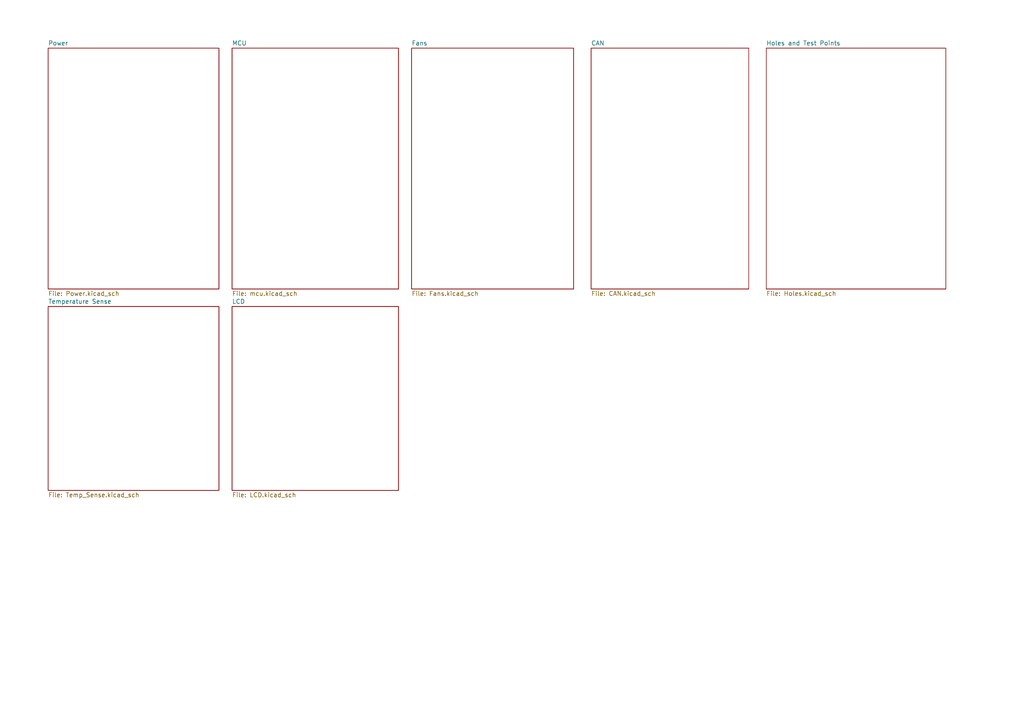
<source format=kicad_sch>
(kicad_sch
	(version 20250114)
	(generator "eeschema")
	(generator_version "9.0")
	(uuid "f4840f39-b268-4636-bc7a-75b44f964d15")
	(paper "A4")
	(lib_symbols)
	(sheet
		(at 222.25 13.97)
		(size 52.07 69.85)
		(exclude_from_sim no)
		(in_bom yes)
		(on_board yes)
		(dnp no)
		(fields_autoplaced yes)
		(stroke
			(width 0.1524)
			(type solid)
		)
		(fill
			(color 0 0 0 0.0000)
		)
		(uuid "0e3057ff-e12c-4f7c-a348-4c396b80bf93")
		(property "Sheetname" "Holes and Test Points"
			(at 222.25 13.2584 0)
			(effects
				(font
					(size 1.27 1.27)
				)
				(justify left bottom)
			)
		)
		(property "Sheetfile" "Holes.kicad_sch"
			(at 222.25 84.4046 0)
			(effects
				(font
					(size 1.27 1.27)
				)
				(justify left top)
			)
		)
		(instances
			(project "Fan_Board"
				(path "/f4840f39-b268-4636-bc7a-75b44f964d15"
					(page "6")
				)
			)
		)
	)
	(sheet
		(at 67.31 13.97)
		(size 48.26 69.85)
		(exclude_from_sim no)
		(in_bom yes)
		(on_board yes)
		(dnp no)
		(fields_autoplaced yes)
		(stroke
			(width 0.1524)
			(type solid)
		)
		(fill
			(color 0 0 0 0.0000)
		)
		(uuid "b5817dee-b865-4f67-98ae-f60214c01b7c")
		(property "Sheetname" "MCU"
			(at 67.31 13.2584 0)
			(effects
				(font
					(size 1.27 1.27)
				)
				(justify left bottom)
			)
		)
		(property "Sheetfile" "mcu.kicad_sch"
			(at 67.31 84.4046 0)
			(effects
				(font
					(size 1.27 1.27)
				)
				(justify left top)
			)
		)
		(instances
			(project "Fan_Board"
				(path "/f4840f39-b268-4636-bc7a-75b44f964d15"
					(page "3")
				)
			)
		)
	)
	(sheet
		(at 13.97 13.97)
		(size 49.53 69.85)
		(exclude_from_sim no)
		(in_bom yes)
		(on_board yes)
		(dnp no)
		(fields_autoplaced yes)
		(stroke
			(width 0.1524)
			(type solid)
		)
		(fill
			(color 0 0 0 0.0000)
		)
		(uuid "beacb048-ea93-4c48-8150-43639ec09325")
		(property "Sheetname" "Power"
			(at 13.97 13.2584 0)
			(effects
				(font
					(size 1.27 1.27)
				)
				(justify left bottom)
			)
		)
		(property "Sheetfile" "Power.kicad_sch"
			(at 13.97 84.4046 0)
			(effects
				(font
					(size 1.27 1.27)
				)
				(justify left top)
			)
		)
		(instances
			(project "Fan_Board"
				(path "/f4840f39-b268-4636-bc7a-75b44f964d15"
					(page "2")
				)
			)
		)
	)
	(sheet
		(at 119.38 13.97)
		(size 46.99 69.85)
		(exclude_from_sim no)
		(in_bom yes)
		(on_board yes)
		(dnp no)
		(fields_autoplaced yes)
		(stroke
			(width 0.1524)
			(type solid)
		)
		(fill
			(color 0 0 0 0.0000)
		)
		(uuid "bf990a3b-05bf-4b36-879b-42a23d804fc5")
		(property "Sheetname" "Fans"
			(at 119.38 13.2584 0)
			(effects
				(font
					(size 1.27 1.27)
				)
				(justify left bottom)
			)
		)
		(property "Sheetfile" "Fans.kicad_sch"
			(at 119.38 84.4046 0)
			(effects
				(font
					(size 1.27 1.27)
				)
				(justify left top)
			)
		)
		(instances
			(project "Fan_Board"
				(path "/f4840f39-b268-4636-bc7a-75b44f964d15"
					(page "4")
				)
			)
		)
	)
	(sheet
		(at 13.97 88.9)
		(size 49.53 53.34)
		(exclude_from_sim no)
		(in_bom yes)
		(on_board yes)
		(dnp no)
		(fields_autoplaced yes)
		(stroke
			(width 0.1524)
			(type solid)
		)
		(fill
			(color 0 0 0 0.0000)
		)
		(uuid "d0eda4e2-ecd0-43ba-8ef0-83e6c424abf4")
		(property "Sheetname" "Temperature Sense"
			(at 13.97 88.1884 0)
			(effects
				(font
					(size 1.27 1.27)
				)
				(justify left bottom)
			)
		)
		(property "Sheetfile" "Temp_Sense.kicad_sch"
			(at 13.97 142.8246 0)
			(effects
				(font
					(size 1.27 1.27)
				)
				(justify left top)
			)
		)
		(instances
			(project "Fan_Board"
				(path "/f4840f39-b268-4636-bc7a-75b44f964d15"
					(page "7")
				)
			)
		)
	)
	(sheet
		(at 67.31 88.9)
		(size 48.26 53.34)
		(exclude_from_sim no)
		(in_bom yes)
		(on_board yes)
		(dnp no)
		(fields_autoplaced yes)
		(stroke
			(width 0.1524)
			(type solid)
		)
		(fill
			(color 0 0 0 0.0000)
		)
		(uuid "ebdb2c27-dea9-413e-a458-37d892ec2d03")
		(property "Sheetname" "LCD"
			(at 67.31 88.1884 0)
			(effects
				(font
					(size 1.27 1.27)
				)
				(justify left bottom)
			)
		)
		(property "Sheetfile" "LCD.kicad_sch"
			(at 67.31 142.8246 0)
			(effects
				(font
					(size 1.27 1.27)
				)
				(justify left top)
			)
		)
		(instances
			(project "Fan_Board"
				(path "/f4840f39-b268-4636-bc7a-75b44f964d15"
					(page "8")
				)
			)
		)
	)
	(sheet
		(at 171.45 13.97)
		(size 45.72 69.85)
		(exclude_from_sim no)
		(in_bom yes)
		(on_board yes)
		(dnp no)
		(fields_autoplaced yes)
		(stroke
			(width 0.1524)
			(type solid)
		)
		(fill
			(color 0 0 0 0.0000)
		)
		(uuid "f6eaf333-1caf-4524-9881-fbb1ef7be5c1")
		(property "Sheetname" "CAN"
			(at 171.45 13.2584 0)
			(effects
				(font
					(size 1.27 1.27)
				)
				(justify left bottom)
			)
		)
		(property "Sheetfile" "CAN.kicad_sch"
			(at 171.45 84.4046 0)
			(effects
				(font
					(size 1.27 1.27)
				)
				(justify left top)
			)
		)
		(instances
			(project "Fan_Board"
				(path "/f4840f39-b268-4636-bc7a-75b44f964d15"
					(page "5")
				)
			)
		)
	)
	(sheet_instances
		(path "/"
			(page "1")
		)
	)
	(embedded_fonts no)
)

</source>
